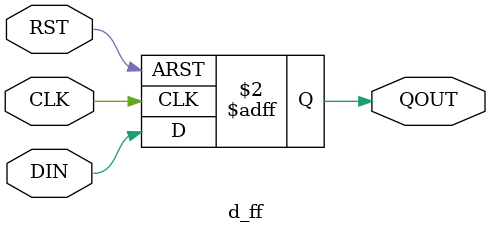
<source format=v>
`timescale 1ns / 1ps


module d_ff( input RST, input CLK, input DIN, output reg QOUT );

    always @(posedge RST, posedge CLK) begin
        if(RST) begin
            QOUT <= 0;
        end
        else begin
            QOUT <= DIN;
        end
    end

endmodule

</source>
